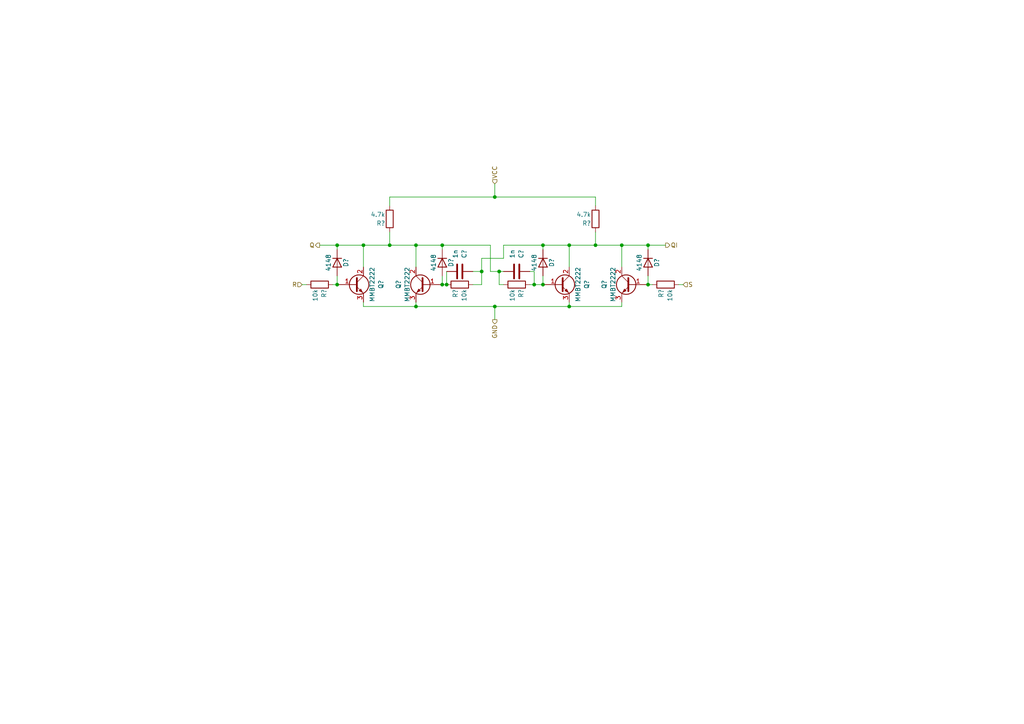
<source format=kicad_sch>
(kicad_sch (version 20211123) (generator eeschema)
  (paper "A4")
  (lib_symbols
    (symbol "Device:C" (pin_numbers hide) (pin_names (offset 0.254))
      (property "Reference" "C" (at 0.635 2.54 0))
      (property "Value" "C" (at 0.635 -2.54 0))
      (symbol "C_0_1"
        (polyline (pts (xy -2.032 -0.762) (xy 2.032 -0.762)) (stroke (width 0.508)))
        (polyline (pts (xy -2.032 0.762) (xy 2.032 0.762)) (stroke (width 0.508)))
      )
      (symbol "C_1_1"
        (pin passive line (at 0 3.81 270) (length 2.794) (name "~") (number "1"))
        (pin passive line (at 0 -3.81 90) (length 2.794) (name "~") (number "2"))
      )
    )
    (symbol "Device:D" (pin_numbers hide) (pin_names (offset 1.016) hide)
      (property "Reference" "D" (at 0 2.54 0))
      (property "Value" "D" (at 0 -2.54 0))
      (symbol "D_0_1"
        (polyline (pts (xy -1.27 1.27) (xy -1.27 -1.27)) (stroke (width 0.254)))
        (polyline (pts (xy 1.27 0) (xy -1.27 0)))
        (polyline (pts (xy 1.27 1.27) (xy 1.27 -1.27) (xy -1.27 0) (xy 1.27 1.27)) (stroke (width 0.254)))
      )
      (symbol "D_1_1"
        (pin passive line (at -3.81 0 0) (length 2.54) (name "K") (number "1"))
        (pin passive line (at 3.81 0 180) (length 2.54) (name "A") (number "2"))
      )
    )
    (symbol "Device:Q_NPN_BCE" (pin_names (offset 0) hide)
      (property "Reference" "Q" (at 5.08 1.27 0))
      (property "Value" "Q_NPN_BCE" (at 5.08 -1.27 0))
      (symbol "Q_NPN_BCE_0_1"
        (polyline (pts (xy 0.635 0.635) (xy 2.54 2.54)))
        (polyline (pts (xy 0.635 -0.635) (xy 2.54 -2.54) (xy 2.54 -2.54)))
        (polyline (pts (xy 0.635 1.905) (xy 0.635 -1.905) (xy 0.635 -1.905)) (stroke (width 0.508)))
        (polyline (pts (xy 1.27 -1.778) (xy 1.778 -1.27) (xy 2.286 -2.286) (xy 1.27 -1.778) (xy 1.27 -1.778)) (fill (type outline)))
        (circle (center 1.27 0) (radius 2.8194) (stroke (width 0.254)))
      )
      (symbol "Q_NPN_BCE_1_1"
        (pin input line (at -5.08 0 0) (length 5.715) (name "B") (number "1"))
        (pin passive line (at 2.54 5.08 270) (length 2.54) (name "C") (number "2"))
        (pin passive line (at 2.54 -5.08 90) (length 2.54) (name "E") (number "3"))
      )
    )
    (symbol "Device:R" (pin_numbers hide) (pin_names (offset 0))
      (property "Reference" "R" (at 2.032 0 90))
      (property "Value" "R" (at 0 0 90))
      (symbol "R_0_1"
        (rectangle (start -1.016 -2.54) (end 1.016 2.54) (stroke (width 0.254)))
      )
      (symbol "R_1_1"
        (pin passive line (at 0 3.81 270) (length 1.27) (name "~") (number "1"))
        (pin passive line (at 0 -3.81 90) (length 1.27) (name "~") (number "2"))
      )
    )
  )
  (junction (at 129.54 82.55))
  (junction (at 143.51 57.15))
  (junction (at 157.48 82.55))
  (junction (at 113.03 71.12))
  (junction (at 187.96 82.55))
  (junction (at 187.96 71.12))
  (junction (at 180.34 71.12))
  (junction (at 144.78 78.74))
  (junction (at 172.72 71.12))
  (junction (at 120.65 71.12))
  (junction (at 97.79 82.55))
  (junction (at 105.41 71.12))
  (junction (at 128.27 82.55))
  (junction (at 97.79 71.12))
  (junction (at 139.7 78.74))
  (junction (at 120.65 88.9))
  (junction (at 143.51 88.9))
  (junction (at 157.48 71.12))
  (junction (at 154.94 82.55))
  (junction (at 165.1 88.9))
  (junction (at 128.27 71.12))
  (junction (at 165.1 71.12))
  (wire (pts (xy 187.96 71.12) (xy 187.96 72.39)))
  (wire (pts (xy 187.96 82.55) (xy 189.23 82.55)))
  (wire (pts (xy 143.51 53.34) (xy 143.51 57.15)))
  (wire (pts (xy 105.41 88.9) (xy 105.41 87.63)))
  (wire (pts (xy 198.12 82.55) (xy 196.85 82.55)))
  (wire (pts (xy 143.51 57.15) (xy 113.03 57.15)))
  (wire (pts (xy 97.79 71.12) (xy 105.41 71.12)))
  (wire (pts (xy 187.96 71.12) (xy 193.04 71.12)))
  (wire (pts (xy 143.51 57.15) (xy 172.72 57.15)))
  (wire (pts (xy 105.41 71.12) (xy 113.03 71.12)))
  (wire (pts (xy 128.27 80.01) (xy 128.27 82.55)))
  (wire (pts (xy 139.7 74.93) (xy 146.05 74.93)))
  (wire (pts (xy 97.79 72.39) (xy 97.79 71.12)))
  (wire (pts (xy 144.78 78.74) (xy 146.05 78.74)))
  (wire (pts (xy 142.24 71.12) (xy 142.24 78.74)))
  (wire (pts (xy 105.41 88.9) (xy 120.65 88.9)))
  (wire (pts (xy 146.05 74.93) (xy 146.05 71.12)))
  (wire (pts (xy 180.34 71.12) (xy 180.34 77.47)))
  (wire (pts (xy 157.48 72.39) (xy 157.48 71.12)))
  (wire (pts (xy 144.78 82.55) (xy 146.05 82.55)))
  (wire (pts (xy 165.1 88.9) (xy 165.1 87.63)))
  (wire (pts (xy 92.71 71.12) (xy 97.79 71.12)))
  (wire (pts (xy 143.51 88.9) (xy 143.51 92.71)))
  (wire (pts (xy 128.27 71.12) (xy 142.24 71.12)))
  (wire (pts (xy 113.03 67.31) (xy 113.03 71.12)))
  (wire (pts (xy 157.48 80.01) (xy 157.48 82.55)))
  (wire (pts (xy 128.27 82.55) (xy 129.54 82.55)))
  (wire (pts (xy 87.63 82.55) (xy 88.9 82.55)))
  (wire (pts (xy 157.48 71.12) (xy 165.1 71.12)))
  (wire (pts (xy 139.7 78.74) (xy 139.7 82.55)))
  (wire (pts (xy 153.67 82.55) (xy 154.94 82.55)))
  (wire (pts (xy 96.52 82.55) (xy 97.79 82.55)))
  (wire (pts (xy 187.96 80.01) (xy 187.96 82.55)))
  (wire (pts (xy 113.03 71.12) (xy 120.65 71.12)))
  (wire (pts (xy 172.72 71.12) (xy 180.34 71.12)))
  (wire (pts (xy 120.65 88.9) (xy 120.65 87.63)))
  (wire (pts (xy 172.72 57.15) (xy 172.72 59.69)))
  (wire (pts (xy 120.65 71.12) (xy 128.27 71.12)))
  (wire (pts (xy 97.79 80.01) (xy 97.79 82.55)))
  (wire (pts (xy 139.7 74.93) (xy 139.7 78.74)))
  (wire (pts (xy 144.78 78.74) (xy 144.78 82.55)))
  (wire (pts (xy 154.94 78.74) (xy 154.94 82.55)))
  (wire (pts (xy 180.34 88.9) (xy 180.34 87.63)))
  (wire (pts (xy 142.24 78.74) (xy 144.78 78.74)))
  (wire (pts (xy 128.27 71.12) (xy 128.27 72.39)))
  (wire (pts (xy 154.94 82.55) (xy 157.48 82.55)))
  (wire (pts (xy 143.51 88.9) (xy 165.1 88.9)))
  (wire (pts (xy 165.1 71.12) (xy 172.72 71.12)))
  (wire (pts (xy 105.41 71.12) (xy 105.41 77.47)))
  (wire (pts (xy 165.1 88.9) (xy 180.34 88.9)))
  (wire (pts (xy 139.7 82.55) (xy 137.16 82.55)))
  (wire (pts (xy 113.03 57.15) (xy 113.03 59.69)))
  (wire (pts (xy 165.1 71.12) (xy 165.1 77.47)))
  (wire (pts (xy 120.65 71.12) (xy 120.65 77.47)))
  (wire (pts (xy 137.16 78.74) (xy 139.7 78.74)))
  (wire (pts (xy 146.05 71.12) (xy 157.48 71.12)))
  (wire (pts (xy 172.72 67.31) (xy 172.72 71.12)))
  (wire (pts (xy 129.54 78.74) (xy 129.54 82.55)))
  (wire (pts (xy 180.34 71.12) (xy 187.96 71.12)))
  (wire (pts (xy 120.65 88.9) (xy 143.51 88.9)))
  (wire (pts (xy 153.67 78.74) (xy 154.94 78.74)))
  (hierarchical_label "VCC" (shape input) (at 143.51 53.34 90))
  (hierarchical_label "GND" (shape output) (at 143.51 92.71 270))
  (hierarchical_label "Q" (shape output) (at 92.71 71.12 180))
  (hierarchical_label "R" (shape input) (at 87.63 82.55 180))
  (hierarchical_label "S" (shape input) (at 198.12 82.55 0))
  (hierarchical_label "QI" (shape output) (at 193.04 71.12 0))
  (symbol (lib_id "Device:Q_NPN_BCE") (at 102.87 82.55 0) (unit 1)
    (property "Reference" "Q?" (at 110.49 83.82 90) (effects (justify left)))
    (property "Value" "MMBT2222" (at 107.95 87.63 90) (effects (justify left)))
  )
  (symbol (lib_id "Device:R") (at 133.35 82.55 90) (mirror x) (unit 1)
    (property "Reference" "R?" (at 132.08 83.82 0) (effects (justify left)))
    (property "Value" "10k" (at 134.62 83.82 0) (effects (justify left)))
  )
  (symbol (lib_id "Device:Q_NPN_BCE") (at 162.56 82.55 0) (unit 1)
    (property "Reference" "Q?" (at 170.18 83.82 90) (effects (justify left)))
    (property "Value" "MMBT2222" (at 167.64 87.63 90) (effects (justify left)))
  )
  (symbol (lib_id "Device:Q_NPN_BCE") (at 182.88 82.55 0) (mirror y) (unit 1)
    (property "Reference" "Q?" (at 175.26 83.82 90) (effects (justify left)))
    (property "Value" "MMBT2222" (at 177.8 87.63 90) (effects (justify left)))
  )
  (symbol (lib_id "Device:Q_NPN_BCE") (at 123.19 82.55 0) (mirror y) (unit 1)
    (property "Reference" "Q?" (at 115.57 83.82 90) (effects (justify left)))
    (property "Value" "MMBT2222" (at 118.11 87.63 90) (effects (justify left)))
  )
  (symbol (lib_id "Device:R") (at 149.86 82.55 270) (unit 1)
    (property "Reference" "R?" (at 151.13 83.82 0) (effects (justify left)))
    (property "Value" "10k" (at 148.59 83.82 0) (effects (justify left)))
  )
  (symbol (lib_id "Device:D") (at 187.96 76.2 270) (unit 1)
    (property "Reference" "D?" (at 190.5 76.2 0))
    (property "Value" "4148" (at 185.42 76.2 0))
  )
  (symbol (lib_id "Device:R") (at 113.03 63.5 180) (unit 1)
    (property "Reference" "R?" (at 111.76 64.77 0) (effects (justify left)))
    (property "Value" "4.7k" (at 111.76 62.23 0) (effects (justify left)))
  )
  (symbol (lib_id "Device:D") (at 97.79 76.2 270) (unit 1)
    (property "Reference" "D?" (at 100.33 76.2 0))
    (property "Value" "4148" (at 95.25 76.2 0))
  )
  (symbol (lib_id "Device:D") (at 157.48 76.2 270) (unit 1)
    (property "Reference" "D?" (at 160.02 76.2 0))
    (property "Value" "4148" (at 154.94 76.2 0))
  )
  (symbol (lib_id "Device:R") (at 193.04 82.55 90) (mirror x) (unit 1)
    (property "Reference" "R?" (at 191.77 83.82 0) (effects (justify left)))
    (property "Value" "10k" (at 194.31 83.82 0) (effects (justify left)))
  )
  (symbol (lib_id "Device:C") (at 133.35 78.74 270) (unit 1)
    (property "Reference" "C?" (at 134.62 73.66 0))
    (property "Value" "1n" (at 132.08 73.66 0))
  )
  (symbol (lib_id "Device:C") (at 149.86 78.74 270) (unit 1)
    (property "Reference" "C?" (at 151.13 73.66 0))
    (property "Value" "1n" (at 148.59 73.66 0))
  )
  (symbol (lib_id "Device:R") (at 92.71 82.55 270) (unit 1)
    (property "Reference" "R?" (at 93.98 83.82 0) (effects (justify left)))
    (property "Value" "10k" (at 91.44 83.82 0) (effects (justify left)))
  )
  (symbol (lib_id "Device:D") (at 128.27 76.2 270) (unit 1)
    (property "Reference" "D?" (at 130.81 76.2 0))
    (property "Value" "4148" (at 125.73 76.2 0))
  )
  (symbol (lib_id "Device:R") (at 172.72 63.5 180) (unit 1)
    (property "Reference" "R?" (at 171.45 64.77 0) (effects (justify left)))
    (property "Value" "4.7k" (at 171.45 62.23 0) (effects (justify left)))
  )
)
</source>
